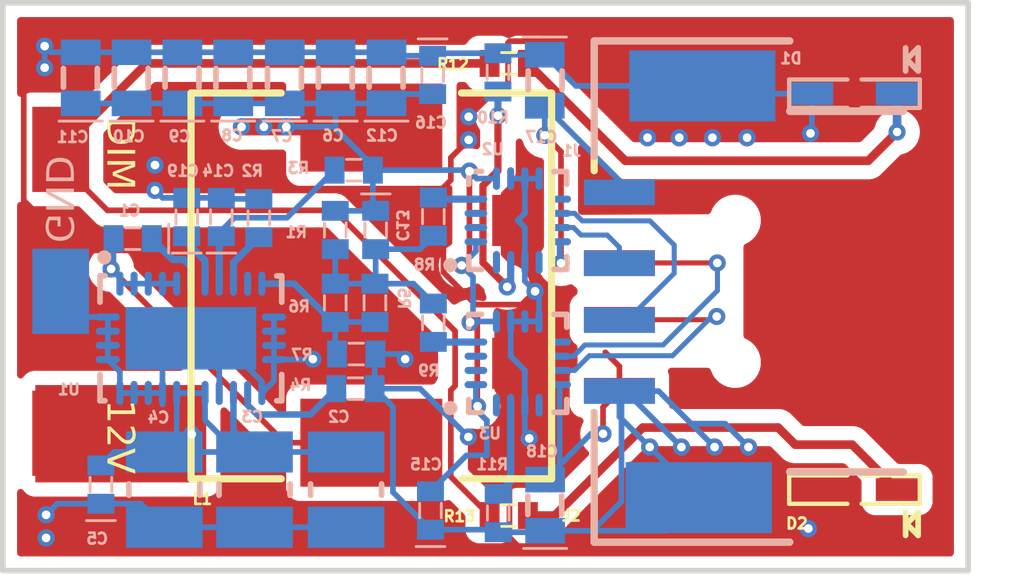
<source format=kicad_pcb>
(kicad_pcb (version 20240108) (generator "pcbnew") (generator_version "8.0")
  (layers (0 "F.Cu" signal "Component Side") (31 "B.Cu" signal "Bottom Layer") (34 "B.Paste" user "Bottom Paste") (35 "F.Paste" user "Top Paste") (36 "B.SilkS" user "Bottom Overlay") (37 "F.SilkS" user "Top Overlay") (38 "B.Mask" user "Solder Side") (39 "F.Mask" user "Top Solder") (44 "Edge.Cuts" user))
  (net 0 "")
  (net 1 "NetDIM_1")
  (net 2 "NetD2_2")
  (net 3 "NetD1_2")
  (net 4 "NetC14_1")
  (net 5 "B_D1-")
  (net 6 "B_D1+")
  (net 7 "VOUT")
  (net 8 "VIN")
  (net 9 "SW")
  (net 10 "NetR11_2")
  (net 11 "NetR10_2")
  (net 12 "NetR9_2")
  (net 13 "NetR8_2")
  (net 14 "NetR4_2")
  (net 15 "NetR2_1")
  (net 16 "NetC18_2")
  (net 17 "NetC17_2")
  (net 18 "NetC1_1")
  (net 19 "GND")
  (net 20 "B_D-")
  (net 21 "B_D+")
  (net 22 "FB")
  (net 23 "CS")
  (net 24 "NetC19_1")
  (footprint "USB charger.PcbLib:R0603" (layer "F.Cu") (at 150.1399 96.9758)
    (property "Reference" "R12")
    (property "Value" "Res1" (hide yes))
  )
  (footprint "USB charger.PcbLib:R0603" (layer "F.Cu") (at 150.1399 112.9016)
    (property "Reference" "R13")
    (property "Value" "Res1" (hide yes))
  )
  (footprint "USB charger.PcbLib:UJ2-AH-SMT" (layer "F.Cu") (at 153.3511 108.5036 90)
    (property "Reference" "J2")
    (property "Value" "USB CONN" (hide yes))
  )
  (footprint "USB charger.PcbLib:PAD" (layer "F.Cu") (at 133.6711 110.0036)
    (property "Reference" "12V")
    (property "Value" "Socket" (hide yes))
  )
  (footprint "USB charger.PcbLib:PAD" (layer "F.Cu") (at 133.6711 100.0036)
    (property "Reference" "DIM")
    (property "Value" "Socket" (hide yes))
  )
  (footprint "USB charger.PcbLib:LED_APDA3020VBC/D" (layer "F.Cu") (at 161.6315 111.9872 180)
    (property "Reference" "D2")
    (property "Value" "LED" (hide yes))
  )
  (footprint "USB charger.PcbLib:SRP1265A-6R8M" (layer "F.Cu") (at 144.6135 110.3364 90)
    (property "Reference" "L1")
    (property "Value" "Inductor Iron" (hide yes))
  )
  (footprint "USB charger.PcbLib:C0603" (layer "B.Cu") (at 146.6963 112.7492 90)
    (property "Reference" "C15")
    (property "Value" "Cap" (hide yes))
  )
  (footprint "USB charger.PcbLib:C0805" (layer "B.Cu") (at 141.5655 96.5694 90)
    (property "Reference" "C7")
    (property "Value" "Cap" (hide yes))
  )
  (footprint "USB charger.PcbLib:QFN50P300X300X80_HS-17N" (layer "B.Cu") (at 149.7715 102.5068)
    (property "Reference" "U2")
    (property "Value" "TPS2549" (hide yes))
  )
  (footprint "USB charger.PcbLib:PAD" (layer "B.Cu") (at 133.6711 105.0036 180)
    (property "Reference" "GND")
    (property "Value" "Socket" (hide yes))
  )
  (footprint "USB charger.PcbLib:C0805" (layer "B.Cu") (at 150.7349 111.6206 90)
    (property "Reference" "C18")
    (property "Value" "Cap" (hide yes))
  )
  (footprint "USB charger.PcbLib:C0603" (layer "B.Cu") (at 136.2315 103.148 180)
    (property "Reference" "C1")
    (property "Value" "Cap" (hide yes))
  )
  (footprint "USB charger.PcbLib:QFN50P400X600X80_HS-31N" (layer "B.Cu") (at 138.2569 106.6586 -90)
    (property "Reference" "U1")
    (property "Value" "LM73606" (hide yes))
  )
  (footprint "USB charger.PcbLib:R0603" (layer "B.Cu") (at 144.7659 107.212)
    (property "Reference" "R7")
    (property "Value" "Res1" (hide yes))
  )
  (footprint "USB charger.PcbLib:R0603" (layer "B.Cu") (at 140.6511 101.7364 90)
    (property "Reference" "R2")
    (property "Value" "Res1" (hide yes))
  )
  (footprint "USB charger.PcbLib:R0603" (layer "B.Cu") (at 149.0839 112.1288 90)
    (property "Reference" "R11")
    (property "Value" "Res1" (hide yes))
  )
  (footprint "USB charger.PcbLib:C1210" (layer "B.Cu") (at 143.7245 111.9872 90)
    (property "Reference" "C2")
    (property "Value" "Cap" (hide yes))
  )
  (footprint "USB charger.PcbLib:C0805" (layer "B.Cu") (at 143.3562 96.5694 90)
    (property "Reference" "C6")
    (property "Value" "Cap" (hide yes))
  )
  (footprint "USB charger.PcbLib:R0603" (layer "B.Cu") (at 146.7979 101.6856 90)
    (property "Reference" "R8")
    (property "Value" "Res1" (hide yes))
  )
  (footprint "USB charger.PcbLib:C1210" (layer "B.Cu") (at 140.4987 111.9872 90)
    (property "Reference" "C3")
    (property "Value" "Cap" (hide yes))
  )
  (footprint "USB charger.PcbLib:C0805" (layer "B.Cu") (at 145.1469 96.5694 90)
    (property "Reference" "C12")
    (property "Value" "Cap" (hide yes))
  )
  (footprint "USB charger.PcbLib:C0805" (layer "B.Cu") (at 139.7494 96.5694 90)
    (property "Reference" "C8")
    (property "Value" "Cap" (hide yes))
  )
  (footprint "USB charger.PcbLib:C0603" (layer "B.Cu") (at 138.1111 102.4114 90)
    (property "Reference" "C19")
    (property "Value" "Cap" (hide yes))
  )
  (footprint "USB charger.PcbLib:C0603" (layer "B.Cu") (at 135.0885 111.8348 90)
    (property "Reference" "C5")
    (property "Value" "Cap" (hide yes))
  )
  (footprint "USB charger.PcbLib:C0603" (layer "B.Cu") (at 146.7725 97.3568 -90)
    (property "Reference" "C16")
    (property "Value" "Cap" (hide yes))
  )
  (footprint "USB charger.PcbLib:R0603" (layer "B.Cu") (at 143.3689 108.4312 180)
    (property "Reference" "R4")
    (property "Value" "Res1" (hide yes))
  )
  (footprint "USB charger.PcbLib:UJ2-AH-SMT" (layer "B.Cu") (at 153.3511 101.5186 -90)
    (property "Reference" "J1")
    (property "Value" "USB CONN" (hide yes))
  )
  (footprint "USB charger.PcbLib:QFN50P300X300X80_HS-17N" (layer "B.Cu") (at 149.7711 107.5404)
    (property "Reference" "U3")
    (property "Value" "TPS2549" (hide yes))
  )
  (footprint "USB charger.PcbLib:C0603" (layer "B.Cu") (at 144.7659 102.8178 -90)
    (property "Reference" "C13")
    (property "Value" "Cap" (hide yes))
  )
  (footprint "USB charger.PcbLib:C0603" (layer "B.Cu") (at 139.3303 102.4114 90)
    (property "Reference" "C14")
    (property "Value" "Cap" (hide yes))
  )
  (footprint "USB charger.PcbLib:LED_APDA3020VBC/D" (layer "B.Cu") (at 161.6315 98.0426 180)
    (property "Reference" "D1")
    (property "Value" "LED" (hide yes))
  )
  (footprint "USB charger.PcbLib:R0603" (layer "B.Cu") (at 143.3435 106.0944 -90)
    (property "Reference" "R6")
    (property "Value" "Res1" (hide yes))
  )
  (footprint "USB charger.PcbLib:C0805" (layer "B.Cu") (at 137.9587 96.5694 90)
    (property "Reference" "C9")
    (property "Value" "Cap" (hide yes))
  )
  (footprint "USB charger.PcbLib:R0603" (layer "B.Cu") (at 144.7405 106.0944 -90)
    (property "Reference" "R5")
    (property "Value" "Res1" (hide yes))
  )
  (footprint "USB charger.PcbLib:C0805" (layer "B.Cu") (at 150.7225 98.4854 -90)
    (property "Reference" "C17")
    (property "Value" "Cap" (hide yes))
  )
  (footprint "USB charger.PcbLib:C1210" (layer "B.Cu") (at 137.3237 111.9872 90)
    (property "Reference" "C4")
    (property "Value" "Cap" (hide yes))
  )
  (footprint "USB charger.PcbLib:C0805" (layer "B.Cu") (at 136.168 96.5694 90)
    (property "Reference" "C10")
    (property "Value" "Cap" (hide yes))
  )
  (footprint "USB charger.PcbLib:R0603" (layer "B.Cu") (at 143.3073 100.735 180)
    (property "Reference" "R3")
    (property "Value" "Res1" (hide yes))
  )
  (footprint "USB charger.PcbLib:R0603" (layer "B.Cu") (at 149.0733 97.9772 -90)
    (property "Reference" "R10")
    (property "Value" "Res1" (hide yes))
  )
  (footprint "USB charger.PcbLib:C0805" (layer "B.Cu") (at 134.3773 96.5694 90)
    (property "Reference" "C11")
    (property "Value" "Cap" (hide yes))
  )
  (footprint "USB charger.PcbLib:R0603" (layer "B.Cu") (at 146.7979 106.7948 -90)
    (property "Reference" "R9")
    (property "Value" "Res1" (hide yes))
  )
  (footprint "USB charger.PcbLib:R0603" (layer "B.Cu") (at 143.3435 103.529 -90)
    (property "Reference" "R1")
    (property "Value" "Res1" (hide yes))
  )
  (gr_rect (start 132.7771 111.7332) (end 138.7969 108.3042) (fill solid) (layer "F.Cu") (net 8))
  (gr_rect (start 131.6341 94.8422) (end 165.6341 114.8422) (stroke (width 0.2)) (fill none) (layer "Edge.Cuts"))
  (segment (start 147.565 106.40416) (end 147.565 108.3349) (width 0.2) (layer "F.Cu") (net 1))
  (segment (start 147.4135 108.4864) (end 147.4135 111.536) (width 0.2) (layer "F.Cu") (net 1))
  (segment (start 133.6711 100.0036) (end 136.6989 96.9758) (width 0.3048) (layer "F.Cu") (net 1))
  (segment (start 147.4135 111.536) (end 148.7791 112.9016) (width 0.2) (layer "F.Cu") (net 1))
  (segment (start 133.6711 100.0036) (end 133.6711 100.5036) (width 0.2) (layer "F.Cu") (net 1))
  (segment (start 147.565 108.3349) (end 147.4135 108.4864) (width 0.2) (layer "F.Cu") (net 1))
  (segment (start 133.6711 100.5036) (end 135.319 102.1515) (width 0.2) (layer "F.Cu") (net 1))
  (segment (start 143.31234 102.1515) (end 147.565 106.40416) (width 0.2) (layer "F.Cu") (net 1))
  (segment (start 135.319 102.1515) (end 143.31234 102.1515) (width 0.2) (layer "F.Cu") (net 1))
  (segment (start 136.6989 96.9758) (end 148.7791 96.9758) (width 0.3048) (layer "F.Cu") (net 1))
  (segment (start 154.173832 109.8028) (end 158.942956 109.8028) (width 0.3048) (layer "F.Cu") (net 2))
  (segment (start 159.544056 110.4039) (end 161.5482 110.4039) (width 0.3048) (layer "F.Cu") (net 2))
  (segment (start 158.942956 109.8028) (end 159.544056 110.4039) (width 0.3048) (layer "F.Cu") (net 2))
  (segment (start 151.075032 112.9016) (end 154.173832 109.8028) (width 0.3048) (layer "F.Cu") (net 2))
  (segment (start 161.5482 110.4039) (end 163.1315 111.9872) (width 0.3048) (layer "F.Cu") (net 2))
  (segment (start 150.1291 112.9016) (end 151.075032 112.9016) (width 0.3048) (layer "F.Cu") (net 2))
  (segment (start 162.1169 100.4048) (end 163.1315 99.3902) (width 0.3048) (layer "F.Cu") (net 3))
  (segment (start 153.5581 100.4048) (end 162.1169 100.4048) (width 0.3048) (layer "F.Cu") (net 3))
  (segment (start 150.1291 96.9758) (end 153.5581 100.4048) (width 0.3048) (layer "F.Cu") (net 3))
  (via (at 163.1315 99.3902) (size 0.6) (drill 0.3) (layers "F.Cu" "B.Cu") (net 3))
  (segment (start 163.1315 99.3902) (end 163.1315 98.0426) (width 0.3048) (layer "B.Cu") (net 3))
  (segment (start 139.2569 102.942) (end 139.7875 102.4114) (width 0.2) (layer "B.Cu") (net 4))
  (segment (start 141.6417 102.4114) (end 143.3181 100.735) (width 0.2) (layer "B.Cu") (net 4))
  (segment (start 139.2569 104.7336) (end 139.2569 102.942) (width 0.254) (layer "B.Cu") (net 4))
  (segment (start 139.7875 102.4114) (end 141.6417 102.4114) (width 0.2) (layer "B.Cu") (net 4))
  (segment (start 151.7354 102.7568) (end 151.9996 103.021) (width 0.1778) (layer "B.Cu") (net 5))
  (segment (start 151.2465 102.7568) (end 151.7354 102.7568) (width 0.1778) (layer "B.Cu") (net 5))
  (segment (start 152.9193 103.021) (end 153.3511 103.4528) (width 0.1778) (layer "B.Cu") (net 5))
  (segment (start 151.9996 103.021) (end 152.9193 103.021) (width 0.1778) (layer "B.Cu") (net 5))
  (segment (start 153.3511 104.0186) (end 153.3511 103.4528) (width 0.1778) (layer "B.Cu") (net 5))
  (segment (start 154.4259 102.521) (end 155.2815 103.3766) (width 0.1778) (layer "B.Cu") (net 6))
  (segment (start 151.2465 102.2568) (end 151.2504 102.2607) (width 0.1778) (layer "B.Cu") (net 6))
  (segment (start 153.3511 106.0186) (end 153.6301 106.0186) (width 0.1778) (layer "B.Cu") (net 6))
  (segment (start 155.2815 104.3672) (end 155.2815 103.3766) (width 0.1778) (layer "B.Cu") (net 6))
  (segment (start 151.2465 102.2568) (end 151.77421 102.2568) (width 0.1778) (layer "B.Cu") (net 6))
  (segment (start 152.03841 102.521) (end 154.4259 102.521) (width 0.1778) (layer "B.Cu") (net 6))
  (segment (start 153.6301 106.0186) (end 155.2815 104.3672) (width 0.1778) (layer "B.Cu") (net 6))
  (segment (start 151.77421 102.2568) (end 152.03841 102.521) (width 0.1778) (layer "B.Cu") (net 6))
  (segment (start 140.0415 99.211) (end 140.8289 99.211) (width 0.6) (layer "F.Cu") (net 7))
  (segment (start 148.068302 100.771502) (end 148.0683 100.7715) (width 0.2) (layer "F.Cu") (net 7))
  (segment (start 148.068302 103.818198) (end 148.068302 100.771502) (width 0.2) (layer "F.Cu") (net 7))
  (segment (start 148.345 105.9373) (end 148.355 105.9273) (width 0.2) (layer "F.Cu") (net 7))
  (segment (start 140.8289 99.211) (end 141.6163 99.211) (width 0.6) (layer "F.Cu") (net 7))
  (segment (start 141.6163 99.211) (end 144.5881 99.211) (width 0.6) (layer "F.Cu") (net 7))
  (segment (start 148.345 109.0415) (end 148.345 105.9373) (width 0.2) (layer "F.Cu") (net 7))
  (segment (start 147.795 104.0915) (end 148.068302 103.818198) (width 0.2) (layer "F.Cu") (net 7))
  (segment (start 148.355 109.0515) (end 148.345 109.0415) (width 0.2) (layer "F.Cu") (net 7))
  (segment (start 144.5881 99.211) (end 144.6135 99.2364) (width 0.6) (layer "F.Cu") (net 7))
  (via (at 140.8289 99.211) (size 0.6096) (drill 0.3048) (layers "F.Cu" "B.Cu") (net 7))
  (via (at 141.6163 99.211) (size 0.6096) (drill 0.3048) (layers "F.Cu" "B.Cu") (net 7))
  (via (at 147.795 104.0915) (size 0.6096) (drill 0.3048) (layers "F.Cu" "B.Cu") (net 7))
  (via (at 148.355 109.0515) (size 0.6) (drill 0.3048) (layers "F.Cu" "B.Cu") (net 7))
  (via (at 148.0683 100.7715) (size 0.6096) (drill 0.3048) (layers "F.Cu" "B.Cu") (net 7))
  (via (at 148.09486 106.097146) (size 0.6096) (drill 0.3048) (layers "F.Cu" "B.Cu") (net 7))
  (via (at 140.0415 99.211) (size 0.6096) (drill 0.3048) (layers "F.Cu" "B.Cu") (net 7))
  (segment (start 148.685 110.7815) (end 148.685 109.555341) (width 0.2) (layer "B.Cu") (net 7))
  (segment (start 148.355 109.225341) (end 148.355 109.0515) (width 0.2) (layer "B.Cu") (net 7))
  (segment (start 144.6681 102.0704) (end 144.7659 102.1682) (width 0.6) (layer "B.Cu") (net 7))
  (segment (start 139.7494 98.3838) (end 137.9587 98.3838) (width 0.2) (layer "B.Cu") (net 7))
  (segment (start 147.9636 110.7815) (end 148.685 110.7815) (width 0.2) (layer "B.Cu") (net 7))
  (segment (start 148.1949 104.4914) (end 147.795 104.0915) (width 0.2) (layer "B.Cu") (net 7))
  (segment (start 144.7659 102.1682) (end 143.3435 102.1682) (width 0.2) (layer "B.Cu") (net 7))
  (segment (start 143.3562 98.3838) (end 141.5655 98.3838) (width 0.2) (layer "B.Cu") (net 7))
  (segment (start 141.6163 99.211) (end 143.29481 99.211) (width 0.2) (layer "B.Cu") (net 7))
  (segment (start 148.2965 103.59) (end 147.795 104.0915) (width 0.2) (layer "B.Cu") (net 7))
  (segment (start 148.2961 108.2904) (end 148.2961 108.9926) (width 0.2) (layer "B.Cu") (net 7))
  (segment (start 148.2961 108.9926) (end 148.355 109.0515) (width 0.2) (layer "B.Cu") (net 7))
  (segment (start 143.29481 99.211) (end 144.6681 100.58429) (width 0.2) (layer "B.Cu") (net 7))
  (segment (start 145.4735 98.0572) (end 145.1469 98.3838) (width 0.2) (layer "B.Cu") (net 7))
  (segment (start 148.685 109.555341) (end 148.355 109.225341) (width 0.2) (layer "B.Cu") (net 7))
  (segment (start 148.3286 101.0318) (end 148.0683 100.7715) (width 0.2) (layer "B.Cu") (net 7))
  (segment (start 143.3562 98.3838) (end 143.3562 99.14961) (width 0.2) (layer "B.Cu") (net 7))
  (segment (start 146.7725 98.0572) (end 145.4735 98.0572) (width 0.2) (layer "B.Cu") (net 7))
  (segment (start 149.0211 106.0654) (end 148.126606 106.0654) (width 0.2) (layer "B.Cu") (net 7))
  (segment (start 149.0215 101.0318) (end 148.3286 101.0318) (width 0.2) (layer "B.Cu") (net 7))
  (segment (start 148.2965 103.2568) (end 148.2965 103.59) (width 0.2) (layer "B.Cu") (net 7))
  (segment (start 137.9587 98.3838) (end 136.168 98.3838) (width 0.2) (layer "B.Cu") (net 7))
  (segment (start 145.1469 98.3838) (end 143.3562 98.3838) (width 0.2) (layer "B.Cu") (net 7))
  (segment (start 148.1949 105.9166) (end 148.1949 104.4914) (width 0.2) (layer "B.Cu") (net 7))
  (segment (start 144.6681 100.735) (end 144.6681 100.58429) (width 0.6) (layer "B.Cu") (net 7))
  (segment (start 141.5655 98.3838) (end 139.7494 98.3838) (width 0.2) (layer "B.Cu") (net 7))
  (segment (start 144.6681 100.735) (end 148.0425 100.735) (width 0.2) (layer "B.Cu") (net 7))
  (segment (start 136.168 98.3838) (end 134.3773 98.3838) (width 0.2) (layer "B.Cu") (net 7))
  (segment (start 146.6963 112.0488) (end 147.9636 110.7815) (width 0.2) (layer "B.Cu") (net 7))
  (segment (start 144.6681 100.735) (end 144.6681 102.0704) (width 0.2) (layer "B.Cu") (net 7))
  (segment (start 143.3562 99.14961) (end 143.29481 99.211) (width 0.2) (layer "B.Cu") (net 7))
  (segment (start 148.126606 106.0654) (end 148.09486 106.097146) (width 0.2) (layer "B.Cu") (net 7))
  (segment (start 133.6711 110.0036) (end 138.2529 110.0036) (width 0.762) (layer "F.Cu") (net 8))
  (segment (start 138.2529 110.0036) (end 138.2889 110.0396) (width 0.762) (layer "F.Cu") (net 8))
  (segment (start 138.268 110.0187) (end 138.2889 110.0396) (width 0.762) (layer "F.Cu") (net 8))
  (segment (start 135.787 110.0187) (end 138.268 110.0187) (width 0.762) (layer "F.Cu") (net 8))
  (via (at 138.2889 110.0396) (size 0.6096) (drill 0.3048) (layers "F.Cu" "B.Cu") (net 8))
  (segment (start 137.3237 110.6622) (end 135.5607 110.6622) (width 0.2) (layer "B.Cu") (net 8))
  (segment (start 140.4987 110.6622) (end 137.3237 110.6622) (width 0.2) (layer "B.Cu") (net 8))
  (segment (start 138.7569 109.5454) (end 139.8737 110.6622) (width 0.2) (layer "B.Cu") (net 8))
  (segment (start 138.2569 108.5836) (end 138.2569 110.0076) (width 0.2) (layer "B.Cu") (net 8))
  (segment (start 138.2569 108.5836) (end 138.7569 108.5836) (width 0.2) (layer "B.Cu") (net 8))
  (segment (start 139.7569 109.9204) (end 140.4987 110.6622) (width 0.23) (layer "B.Cu") (net 8))
  (segment (start 135.5607 110.6622) (end 135.0885 111.1344) (width 0.2) (layer "B.Cu") (net 8))
  (segment (start 139.7569 109.9204) (end 139.7569 108.7614) (width 0.23) (layer "B.Cu") (net 8))
  (segment (start 137.7569 110.229) (end 137.3237 110.6622) (width 0.2) (layer "B.Cu") (net 8))
  (segment (start 138.7569 108.5836) (end 138.7569 109.5454) (width 0.2) (layer "B.Cu") (net 8))
  (segment (start 137.7569 108.5836) (end 138.2569 108.5836) (width 0.2) (layer "B.Cu") (net 8))
  (segment (start 137.7569 108.5836) (end 137.7569 110.229) (width 0.2) (layer "B.Cu") (net 8))
  (segment (start 143.7245 110.6622) (end 140.4987 110.6622) (width 0.2) (layer "B.Cu") (net 8))
  (segment (start 139.8737 110.6622) (end 140.4987 110.6622) (width 0.2) (layer "B.Cu") (net 8))
  (segment (start 138.2569 110.0076) (end 138.2889 110.0396) (width 0.2) (layer "B.Cu") (net 8))
  (segment (start 144.6135 110.3364) (end 141.568872 110.3364) (width 0.2) (layer "F.Cu") (net 9))
  (segment (start 141.568872 110.3364) (end 135.447386 104.214914) (width 0.2) (layer "F.Cu") (net 9))
  (via (at 135.447386 104.214914) (size 0.6096) (drill 0.3048) (layers "F.Cu" "B.Cu") (net 9))
  (segment (start 135.7569 104.7336) (end 135.7569 104.524428) (width 0.2) (layer "B.Cu") (net 9))
  (segment (start 135.5311 104.1312) (end 135.447386 104.214914) (width 0.2) (layer "B.Cu") (net 9))
  (segment (start 136.2569 104.7336) (end 135.7569 104.7336) (width 0.2) (layer "B.Cu") (net 9))
  (segment (start 135.7569 104.524428) (end 135.447386 104.214914) (width 0.2) (layer "B.Cu") (net 9))
  (segment (start 137.7569 104.7336) (end 137.2569 104.7336) (width 0.2) (layer "B.Cu") (net 9))
  (segment (start 135.5311 103.148) (end 135.5311 104.1312) (width 0.2) (layer "B.Cu") (net 9))
  (segment (start 136.7569 104.7336) (end 136.2569 104.7336) (width 0.2) (layer "B.Cu") (net 9))
  (segment (start 137.2569 104.7336) (end 136.7569 104.7336) (width 0.2) (layer "B.Cu") (net 9))
  (segment (start 149.0839 112.1396) (end 149.5211 111.7024) (width 0.254) (layer "B.Cu") (net 10))
  (segment (start 149.5211 111.7024) (end 149.5211 109.0154) (width 0.254) (layer "B.Cu") (net 10))
  (segment (start 148.545 101.2793) (end 148.545 103.992784) (width 0.254) (layer "F.Cu") (net 11))
  (segment (start 148.545 103.992784) (end 149.398645 104.846429) (width 0.254) (layer "F.Cu") (net 11))
  (segment (start 149.0733 100.751) (end 148.545 101.2793) (width 0.254) (layer "F.Cu") (net 11))
  (segment (start 149.0733 98.8152) (end 149.0733 100.751) (width 0.254) (layer "F.Cu") (net 11))
  (segment (start 149.4903 104.754774) (end 149.398645 104.846429) (width 0.254) (layer "F.Cu") (net 11))
  (via (at 149.398645 104.846429) (size 0.6096) (drill 0.3048) (layers "F.Cu" "B.Cu") (net 11))
  (via (at 149.0733 98.8152) (size 0.6) (drill 0.3048) (layers "F.Cu" "B.Cu") (net 11))
  (segment (start 149.5215 104.723574) (end 149.398645 104.846429) (width 0.254) (layer "B.Cu") (net 11))
  (segment (start 149.0733 98.8152) (end 149.0733 97.9664) (width 0.254) (layer "B.Cu") (net 11))
  (segment (start 149.5215 103.9818) (end 149.5215 104.723574) (width 0.254) (layer "B.Cu") (net 11))
  (segment (start 146.7979 106.784) (end 146.8043 106.7904) (width 0.254) (layer "B.Cu") (net 12))
  (segment (start 146.8043 106.7904) (end 148.2961 106.7904) (width 0.254) (layer "B.Cu") (net 12))
  (segment (start 146.7979 101.6964) (end 146.8583 101.7568) (width 0.254) (layer "B.Cu") (net 13))
  (segment (start 146.8583 101.7568) (end 148.2965 101.7568) (width 0.254) (layer "B.Cu") (net 13))
  (segment (start 140.2569 109.005854) (end 140.592546 109.3415) (width 0.23) (layer "B.Cu") (net 14))
  (segment (start 140.2569 108.5836) (end 140.2569 109.005854) (width 0.23) (layer "B.Cu") (net 14))
  (segment (start 142.4694 109.3415) (end 143.3797 108.4312) (width 0.23) (layer "B.Cu") (net 14))
  (segment (start 140.592546 109.3415) (end 142.4694 109.3415) (width 0.23) (layer "B.Cu") (net 14))
  (segment (start 139.7569 104.7336) (end 139.7569 103.9914) (width 0.254) (layer "B.Cu") (net 15))
  (segment (start 139.7569 103.9914) (end 140.6511 103.0972) (width 0.254) (layer "B.Cu") (net 15))
  (segment (start 153.3511 108.5036) (end 153.3511 107.6476) (width 0.2) (layer "F.Cu") (net 16))
  (segment (start 153.3511 107.6476) (end 152.855 107.1515) (width 0.2) (layer "F.Cu") (net 16))
  (segment (start 152.775 110.0215) (end 152.775 109.0797) (width 0.2) (layer "F.Cu") (net 16))
  (segment (start 152.775 109.0797) (end 153.3511 108.5036) (width 0.2) (layer "F.Cu") (net 16))
  (via (at 152.775 110.0215) (size 0.6) (drill 0.3) (layers "F.Cu" "B.Cu") (net 16))
  (segment (start 151.2461 108.2904) (end 151.2461 111.1238) (width 0.2) (layer "B.Cu") (net 16))
  (segment (start 151.2461 111.1238) (end 150.7349 111.635) (width 0.2) (layer "B.Cu") (net 16))
  (segment (start 152.3484 110.0215) (end 152.775 110.0215) (width 0.2) (layer "B.Cu") (net 16))
  (segment (start 150.7349 111.635) (end 152.3484 110.0215) (width 0.2) (layer "B.Cu") (net 16))
  (segment (start 151.2937 104.0116) (end 151.2937 100.0827) (width 0.2) (layer "F.Cu") (net 17))
  (segment (start 151.2937 100.0827) (end 150.7225 99.5115) (width 0.2) (layer "F.Cu") (net 17))
  (via (at 151.2937 104.0116) (size 0.6096) (drill 0.3048) (layers "F.Cu" "B.Cu") (net 17))
  (via (at 150.7225 99.5115) (size 0.6) (drill 0.3048) (layers "F.Cu" "B.Cu") (net 17))
  (segment (start 150.7225 98.471) (end 150.7225 99.5115) (width 0.2) (layer "B.Cu") (net 17))
  (segment (start 153.3511 101.5186) (end 153.3511 101.0996) (width 0.2) (layer "B.Cu") (net 17))
  (segment (start 153.3511 101.0996) (end 150.7225 98.471) (width 0.2) (layer "B.Cu") (net 17))
  (segment (start 151.2465 103.2568) (end 151.2465 103.9644) (width 0.2) (layer "B.Cu") (net 17))
  (segment (start 151.2465 103.9644) (end 151.2937 104.0116) (width 0.2) (layer "B.Cu") (net 17))
  (segment (start 137.6177 103.8846) (end 138.00875 103.8846) (width 0.254) (layer "B.Cu") (net 18))
  (segment (start 138.2569 104.7336) (end 138.2569 104.13275) (width 0.254) (layer "B.Cu") (net 18))
  (segment (start 136.8811 103.148) (end 137.6177 103.8846) (width 0.254) (layer "B.Cu") (net 18))
  (segment (start 138.00875 103.8846) (end 138.2569 104.13275) (width 0.254) (layer "B.Cu") (net 18))
  (segment (start 149.4291 97.7508) (end 149.4291 96.2508) (width 0.2) (layer "F.Cu") (net 19))
  (segment (start 138.683614 103.560114) (end 134.127614 103.560114) (width 0.2) (layer "F.Cu") (net 19))
  (segment (start 149.4791 110.8808) (end 149.4791 113.6766) (width 0.2) (layer "F.Cu") (net 19))
  (segment (start 156.1451 97.7536) (end 158.3961 97.7536) (width 0.2) (layer "F.Cu") (net 19))
  (segment (start 147.4135 100.2972) (end 147.4135 101.0864) (width 0.2) (layer "F.Cu") (net 19))
  (segment (start 149.904 114.1015) (end 150.805 114.1015) (width 0.2) (layer "F.Cu") (net 19))
  (segment (start 150.1761 110.1838) (end 149.4791 110.8808) (width 0.2) (layer "F.Cu") (net 19))
  (segment (start 154.583 96.1915) (end 156.1451 97.7536) (width 0.2) (layer "F.Cu") (net 19))
  (segment (start 158.3961 97.7536) (end 160.0821 99.4396) (width 0.2) (layer "F.Cu") (net 19))
  (segment (start 149.4291 96.2508) (end 149.4884 96.1915) (width 0.2) (layer "F.Cu") (net 19))
  (segment (start 150.805 114.1015) (end 154.4179 110.4886) (width 0.2) (layer "F.Cu") (net 19))
  (segment (start 134.127614 103.560114) (end 132.3711 101.8036) (width 0.2) (layer "F.Cu") (net 19))
  (segment (start 147.1502 104.333628) (end 148.288072 105.4715) (width 0.2) (layer "F.Cu") (net 19))
  (segment (start 142.515 107.3915) (end 138.683614 103.560114) (width 0.2) (layer "F.Cu") (net 19))
  (segment (start 132.3711 97.8644) (end 133.1073 97.1282) (width 0.2) (layer "F.Cu") (net 19))
  (segment (start 149.4884 96.1915) (end 154.583 96.1915) (width 0.2) (layer "F.Cu") (net 19))
  (segment (start 160.1315 113.2332) (end 160.0059 113.3588) (width 0.2) (layer "F.Cu") (net 19))
  (segment (start 160.1315 111.9872) (end 160.1315 113.2332) (width 0.2) (layer "F.Cu") (net 19))
  (segment (start 132.3711 101.8036) (end 132.3711 97.8644) (width 0.2) (layer "F.Cu") (net 19))
  (segment (start 147.4135 101.0864) (end 147.1502 101.3497) (width 0.2) (layer "F.Cu") (net 19))
  (segment (start 148.288072 105.4715) (end 149.91 105.4715) (width 0.2) (layer "F.Cu") (net 19))
  (segment (start 148.083111 110.1838) (end 148.030811 110.1315) (width 0.2) (layer "F.Cu") (net 19))
  (segment (start 150.1761 110.1838) (end 148.083111 110.1838) (width 0.2) (layer "F.Cu") (net 19))
  (segment (start 148.0425 99.6682) (end 147.4135 100.2972) (width 0.2) (layer "F.Cu") (net 19))
  (segment (start 148.0425 98.8554) (end 149.1471 97.7508) (width 0.2) (layer "F.Cu") (net 19))
  (segment (start 147.1502 101.3497) (end 147.1502 104.333628) (width 0.2) (layer "F.Cu") (net 19))
  (segment (start 142.555098 107.3915) (end 142.515 107.3915) (width 0.2) (layer "F.Cu") (net 19))
  (segment (start 149.91 105.4715) (end 150.3793 105.0022) (width 0.2) (layer "F.Cu") (net 19))
  (segment (start 149.1471 97.7508) (end 149.4291 97.7508) (width 0.2) (layer "F.Cu") (net 19))
  (segment (start 136.9935 100.5572) (end 136.9935 101.4462) (width 0.2) (layer "F.Cu") (net 19))
  (segment (start 142.555098 107.3915) (end 145.805 107.3915) (width 0.2) (layer "F.Cu") (net 19))
  (segment (start 149.4791 113.6766) (end 149.904 114.1015) (width 0.2) (layer "F.Cu") (net 19))
  (via (at 154.3417 99.592) (size 0.6096) (drill 0.3048) (layers "F.Cu" "B.Cu") (net 19))
  (via (at 156.7039 110.4886) (size 0.6096) (drill 0.3048) (layers "F.Cu" "B.Cu") (net 19))
  (via (at 148.0425 98.8554) (size 0.6096) (drill 0.3048) (layers "F.Cu" "B.Cu") (net 19))
  (via (at 157.8469 99.592) (size 0.6096) (drill 0.3048) (layers "F.Cu" "B.Cu") (net 19))
  (via (at 145.805 107.3915) (size 0.6) (drill 0.3) (layers "F.Cu" "B.Cu") (net 19))
  (via (at 156.6277 99.592) (size 0.6096) (drill 0.3048) (layers "F.Cu" "B.Cu") (net 19))
  (via (at 136.9935 100.5572) (size 0.6096) (drill 0.3048) (layers "F.Cu" "B.Cu") (net 19))
  (via (at 155.4593 99.592) (size 0.6096) (drill 0.3048) (layers "F.Cu" "B.Cu") (net 19))
  (via (at 142.555098 107.3915) (size 0.6) (drill 0.3) (layers "F.Cu" "B.Cu") (net 19))
  (via (at 160.0059 113.3588) (size 0.6096) (drill 0.3048) (layers "F.Cu" "B.Cu") (net 19))
  (via (at 150.1761 110.1838) (size 0.6096) (drill 0.3048) (layers "F.Cu" "B.Cu") (net 19))
  (via (at 133.1073 97.1282) (size 0.6096) (drill 0.3048) (layers "F.Cu" "B.Cu") (net 19))
  (via (at 155.5355 110.4886) (size 0.6096) (drill 0.3048) (layers "F.Cu" "B.Cu") (net 19))
  (via (at 157.8977 110.4886) (size 0.6096) (drill 0.3048) (layers "F.Cu" "B.Cu") (net 19))
  (via (at 133.1073 96.3662) (size 0.6096) (drill 0.3048) (layers "F.Cu" "B.Cu") (net 19))
  (via (at 160.0821 99.4396) (size 0.6096) (drill 0.3048) (layers "F.Cu" "B.Cu") (net 19))
  (via (at 148.030811 110.1315) (size 0.6) (drill 0.3) (layers "F.Cu" "B.Cu") (net 19))
  (via (at 148.0425 99.6682) (size 0.6096) (drill 0.3048) (layers "F.Cu" "B.Cu") (net 19))
  (via (at 154.4179 110.4886) (size 0.6096) (drill 0.3048) (layers "F.Cu" "B.Cu") (net 19))
  (via (at 133.1581 113.689) (size 0.6096) (drill 0.3048) (layers "F.Cu" "B.Cu") (net 19))
  (via (at 150.3793 105.0022) (size 0.6096) (drill 0.3048) (layers "F.Cu" "B.Cu") (net 19))
  (via (at 133.1581 112.8762) (size 0.6096) (drill 0.3048) (layers "F.Cu" "B.Cu") (net 19))
  (via (at 136.9935 101.4462) (size 0.6096) (drill 0.3048) (layers "F.Cu" "B.Cu") (net 19))
  (segment (start 153.3511 108.5186) (end 153.3511 109.4218) (width 0.2) (layer "B.Cu") (net 19))
  (segment (start 142.555098 107.3915) (end 142.537998 107.4086) (width 0.2) (layer "B.Cu") (net 19))
  (segment (start 149.1279 96.671) (end 149.0733 96.6164) (width 0.2) (layer "B.Cu") (net 19))
  (segment (start 150.6803 113.4896) (end 150.7349 113.435) (width 0.2) (layer "B.Cu") (net 19))
  (segment (start 154.9787 113.435) (end 156.1451 112.2686) (width 0.2) (layer "B.Cu") (net 19))
  (segment (start 135.7569 107.8336) (end 135.3319 107.4086) (width 0.2) (layer "B.Cu") (net 19))
  (segment (start 150.5215 101.0318) (end 150.0215 101.0318) (width 0.2) (layer "B.Cu") (net 19))
  (segment (start 160.1315 98.0426) (end 156.5461 98.0426) (width 0.2) (layer "B.Cu") (net 19))
  (segment (start 135.0885 112.4844) (end 133.5499 112.4844) (width 0.2) (layer "B.Cu") (net 19))
  (segment (start 133.1073 96.3662) (end 133.1073 97.1282) (width 0.2) (layer "B.Cu") (net 19))
  (segment (start 141.1819 107.4086) (end 141.1819 106.9086) (width 0.2) (layer "B.Cu") (net 19))
  (segment (start 150.0215 104.6444) (end 150.3793 105.0022) (width 0.2) (layer "B.Cu") (net 19))
  (segment (start 156.1451 112.2686) (end 156.1451 112.2158) (width 0.2) (layer "B.Cu") (net 19))
  (segment (start 144.7297 108.4312) (end 146.330511 108.4312) (width 0.2) (layer "B.Cu") (net 19))
  (segment (start 149.0733 96.6164) (end 146.8633 96.6164) (width 0.2) (layer "B.Cu") (net 19))
  (segment (start 150.5211 106.0654) (end 150.0211 106.0654) (width 0.2) (layer "B.Cu") (net 19))
  (segment (start 145.2703 96.7072) (end 145.1469 96.5838) (width 0.2) (layer "B.Cu") (net 19))
  (segment (start 150.0215 101.0318) (end 150.0215 102.2568) (width 0.2) (layer "B.Cu") (net 19))
  (segment (start 136.4959 112.4844) (end 135.0885 112.4844) (width 0.2) (layer "B.Cu") (net 19))
  (segment (start 135.3319 105.9086) (end 134.5761 105.9086) (width 0.2) (layer "B.Cu") (net 19))
  (segment (start 140.4987 113.3122) (end 137.3237 113.3122) (width 0.2) (layer "B.Cu") (net 19))
  (segment (start 139.7494 96.5838) (end 137.9587 96.5838) (width 0.2) (layer "B.Cu") (net 19))
  (segment (start 150.5211 106.0654) (end 150.5211 105.144) (width 0.2) (layer "B.Cu") (net 19))
  (segment (start 150.0215 102.2568) (end 149.7715 102.5068) (width 0.2) (layer "B.Cu") (net 19))
  (segment (start 155.8809 109.6656) (end 156.7039 110.4886) (width 0.2) (layer "B.Cu") (net 19))
  (segment (start 149.0839 113.4896) (end 150.6803 113.4896) (width 0.2) (layer "B.Cu") (net 19))
  (segment (start 150.0211 106.0654) (end 149.5211 106.0654) (width 0.2) (layer "B.Cu") (net 19))
  (segment (start 149.5211 106.0654) (end 149.5211 107.2904) (width 0.2) (layer "B.Cu") (net 19))
  (segment (start 139.2569 107.6586) (end 138.2569 106.6586) (width 0.2) (layer "B.Cu") (net 19))
  (segment (start 134.5761 105.9086) (end 133.6711 105.0036) (width 0.2) (layer "B.Cu") (net 19))
  (segment (start 150.0211 107.7904) (end 149.7711 107.5404) (width 0.2) (layer "B.Cu") (net 19))
  (segment (start 140.6511 101.7472) (end 139.3665 101.7472) (width 0.2) (layer "B.Cu") (net 19))
  (segment (start 153.425 112.405) (end 152.395 113.435) (width 0.2) (layer "B.Cu") (net 19))
  (segment (start 136.168 96.5838) (end 134.3773 96.5838) (width 0.2) (layer "B.Cu") (net 19))
  (segment (start 143.3562 96.5838) (end 141.5655 96.5838) (width 0.2) (layer "B.Cu") (net 19))
  (segment (start 160.1315 99.3902) (end 160.0821 99.4396) (width 0.2) (layer "B.Cu") (net 19))
  (segment (start 139.2569 108.5836) (end 139.2569 107.6586) (width 0.2) (layer "B.Cu") (net 19))
  (segment (start 146.330511 108.4312) (end 148.030811 110.1315) (width 0.2) (layer "B.Cu") (net 19))
  (segment (start 150.5211 105.144) (end 150.3793 105.0022) (width 0.2) (layer "B.Cu") (net 19))
  (segment (start 141.1819 107.4086) (end 141.1819 108.1586) (width 0.2) (layer "B.Cu") (net 19))
  (segment (start 142.537998 107.4086) (end 141.1819 107.4086) (width 0.2) (layer "B.Cu") (net 19))
  (segment (start 144.7551 107.212) (end 145.6255 107.212) (width 0.2) (layer "B.Cu") (net 19))
  (segment (start 150.0215 103.9818) (end 150.0215 104.6444) (width 0.2) (layer "B.Cu") (net 19))
  (segment (start 150.0211 109.0154) (end 150.0211 107.7904) (width 0.2) (layer "B.Cu") (net 19))
  (segment (start 150.7225 96.671) (end 149.1279 96.671) (width 0.2) (layer "B.Cu") (net 19))
  (segment (start 136.2569 108.5836) (end 135.7569 108.5836) (width 0.2) (layer "B.Cu") (net 19))
  (segment (start 133.5499 112.4844) (end 133.1581 112.8762) (width 0.2) (layer "B.Cu") (net 19))
  (segment (start 144.7297 108.4312) (end 145.3745 109.076) (width 0.2) (layer "B.Cu") (net 19))
  (segment (start 146.6963 113.3988) (end 148.9931 113.3988) (width 0.2) (layer "B.Cu") (net 19))
  (segment (start 137.2569 108.5836) (end 136.7569 108.5836) (width 0.2) (layer "B.Cu") (net 19))
  (segment (start 145.3745 112.077) (end 146.6963 113.3988) (width 0.2) (layer "B.Cu") (net 19))
  (segment (start 156.1451 112.2158) (end 154.4179 110.4886) (width 0.2) (layer "B.Cu") (net 19))
  (segment (start 156.2721 97.7686) (end 151.8201 97.7686) (width 0.2) (layer "B.Cu") (net 19))
  (segment (start 151.8201 97.7686) (end 150.7225 96.671) (width 0.2) (layer "B.Cu") (net 19))
  (segment (start 135.3319 106.9086) (end 135.3319 106.4086) (width 0.2) (layer "B.Cu") (net 19))
  (segment (start 149.5211 107.2904) (end 149.7711 107.5404) (width 0.2) (layer "B.Cu") (net 19))
  (segment (start 146.8633 96.6164) (end 146.7725 96.7072) (width 0.2) (layer "B.Cu") (net 19))
  (segment (start 144.7297 107.2374) (end 144.7551 107.212) (width 0.2) (layer "B.Cu") (net 19))
  (segment (start 137.2583 101.711) (end 136.9935 101.4462) (width 0.2) (layer "B.Cu") (net 19))
  (segment (start 150.0211 110.0288) (end 150.1761 110.1838) (width 0.2) (layer "B.Cu") (net 19))
  (segment (start 149.5215 101.0318) (end 150.0215 101.0318) (width 0.2) (layer "B.Cu") (net 19))
  (segment (start 144.7297 108.4312) (end 144.7297 107.2374) (width 0.2) (layer "B.Cu") (net 19))
  (segment (start 140.7569 108.5836) (end 140.7569 108.182559) (width 0.2) (layer "B.Cu") (net 19))
  (segment (start 150.0215 102.7568) (end 149.7715 102.5068) (width 0.2) (layer "B.Cu") (net 19))
  (segment (start 153.3511 108.5186) (end 153.5655 108.5186) (width 0.2) (layer "B.Cu") (net 19))
  (segment (start 139.3665 101.7472) (end 139.3303 101.711) (width 0.2) (layer "B.Cu") (net 19))
  (segment (start 150.0215 103.9818) (end 150.0215 102.7568) (width 0.2) (layer "B.Cu") (net 19))
  (segment (start 157.0747 109.6656) (end 157.8977 110.4886) (width 0.2) (layer "B.Cu") (net 19))
  (segment (start 153.425 108.5925) (end 153.425 112.405) (width 0.2) (layer "B.Cu") (net 19))
  (segment (start 145.1469 96.5838) (end 143.3562 96.5838) (width 0.2) (layer "B.Cu") (net 19))
  (segment (start 150.7349 113.435) (end 152.395 113.435) (width 0.2) (layer "B.Cu") (net 19))
  (segment (start 145.3745 109.076) (end 145.3745 112.077) (width 0.2) (layer "B.Cu") (net 19))
  (segment (start 150.0211 109.0154) (end 150.0211 110.0288) (width 0.2) (layer "B.Cu") (net 19))
  (segment (start 145.6255 107.212) (end 145.805 107.3915) (width 0.2) (layer "B.Cu") (net 19))
  (segment (start 140.7569 108.182559) (end 139.232941 106.6586) (width 0.2) (layer "B.Cu") (net 19))
  (segment (start 141.1819 108.1586) (end 140.7569 108.5836) (width 0.2) (layer "B.Cu") (net 19))
  (segment (start 137.3237 113.3122) (end 136.4959 112.4844) (width 0.2) (layer "B.Cu") (net 19))
  (segment (start 135.7569 108.5836) (end 135.7569 107.8336) (width 0.2) (layer "B.Cu") (net 19))
  (segment (start 138.1111 101.711) (end 137.2583 101.711) (width 0.2) (layer "B.Cu") (net 19))
  (segment (start 153.3511 108.5186) (end 154.7339 108.5186) (width 0.2) (layer "B.Cu") (net 19))
  (segment (start 137.2569 108.5836) (end 137.2569 107.6586) (width 0.2) (layer "B.Cu") (net 19))
  (segment (start 133.3249 96.5838) (end 133.1073 96.3662) (width 0.2) (layer "B.Cu") (net 19))
  (segment (start 135.3319 107.4086) (end 135.3319 106.9086) (width 0.2) (layer "B.Cu") (net 19))
  (segment (start 141.1819 106.4086) (end 141.1819 106.9086) (width 0.2) (layer "B.Cu") (net 19))
  (segment (start 154.7339 108.5186) (end 155.8809 109.6656) (width 0.2) (layer "B.Cu") (net 19))
  (segment (start 156.5461 98.0426) (end 156.2721 97.7686) (width 0.2) (layer "B.Cu") (net 19))
  (segment (start 137.9587 96.5838) (end 136.168 96.5838) (width 0.2) (layer "B.Cu") (net 19))
  (segment (start 155.8809 109.6656) (end 157.0747 109.6656) (width 0.2) (layer "B.Cu") (net 19))
  (segment (start 137.2569 107.6586) (end 138.2569 106.6586) (width 0.2) (layer "B.Cu") (net 19))
  (segment (start 135.3319 106.4086) (end 135.3319 105.9086) (width 0.2) (layer "B.Cu") (net 19))
  (segment (start 143.7245 113.3122) (end 140.4987 113.3122) (width 0.2) (layer "B.Cu") (net 19))
  (segment (start 142.555098 107.3915) (end 142.535098 107.4115) (width 0.2) (layer "B.Cu") (net 19))
  (segment (start 141.1819 105.9086) (end 141.1819 106.4086) (width 0.2) (layer "B.Cu") (net 19))
  (segment (start 148.9931 113.3988) (end 149.0839 113.4896) (width 0.2) (layer "B.Cu") (net 19))
  (segment (start 142.535098 107.4115) (end 142.315 107.4115) (width 0.2) (layer "B.Cu") (net 19))
  (segment (start 137.2569 108.984641) (end 137.2569 108.5836) (width 0.2) (layer "B.Cu") (net 19))
  (segment (start 160.1315 98.0426) (end 160.1315 99.3902) (width 0.2) (layer "B.Cu") (net 19))
  (segment (start 153.3511 109.4218) (end 154.4179 110.4886) (width 0.2) (layer "B.Cu") (net 19))
  (segment (start 153.3511 108.5186) (end 153.425 108.5925) (width 0.2) (layer "B.Cu") (net 19))
  (segment (start 134.3773 96.5838) (end 133.3249 96.5838) (width 0.2) (layer "B.Cu") (net 19))
  (segment (start 152.395 113.435) (end 154.9787 113.435) (width 0.2) (layer "B.Cu") (net 19))
  (segment (start 136.7569 108.5836) (end 136.2569 108.5836) (width 0.2) (layer "B.Cu") (net 19))
  (segment (start 153.5655 108.5186) (end 155.5355 110.4886) (width 0.2) (layer "B.Cu") (net 19))
  (segment (start 141.5655 96.5838) (end 139.7494 96.5838) (width 0.2) (layer "B.Cu") (net 19))
  (segment (start 146.7725 96.7072) (end 145.2703 96.7072) (width 0.2) (layer "B.Cu") (net 19))
  (segment (start 139.3303 101.711) (end 138.1111 101.711) (width 0.2) (layer "B.Cu") (net 19))
  (segment (start 139.232941 106.6586) (end 138.2569 106.6586) (width 0.2) (layer "B.Cu") (net 19))
  (segment (start 156.666235 106.0036) (end 156.780582 105.889253) (width 0.1778) (layer "F.Cu") (net 20))
  (segment (start 153.3511 106.0036) (end 156.666235 106.0036) (width 0.1778) (layer "F.Cu") (net 20))
  (via (at 156.780582 105.889253) (size 0.6) (drill 0.3048) (layers "F.Cu" "B.Cu") (net 20))
  (segment (start 151.77381 107.7904) (end 152.29271 107.2715) (width 0.1778) (layer "B.Cu") (net 20))
  (segment (start 156.604247 105.889253) (end 156.780582 105.889253) (width 0.1778) (layer "B.Cu") (net 20))
  (segment (start 155.222 107.2715) (end 156.604247 105.889253) (width 0.1778) (layer "B.Cu") (net 20))
  (segment (start 156.780582 105.942482) (end 156.780582 105.889253) (width 0.1778) (layer "B.Cu") (net 20))
  (segment (start 151.2461 107.7904) (end 151.77381 107.7904) (width 0.1778) (layer "B.Cu") (net 20))
  (segment (start 152.29271 107.2715) (end 155.222 107.2715) (width 0.1778) (layer "B.Cu") (net 20))
  (segment (start 156.8309 105.9928) (end 156.780582 105.942482) (width 0.1778) (layer "B.Cu") (net 20))
  (segment (start 153.3511 104.0036) (end 156.7975 104.0036) (width 0.1778) (layer "F.Cu") (net 21))
  (via (at 156.7975 104.0036) (size 0.6) (drill 0.3048) (layers "F.Cu" "B.Cu") (net 21))
  (segment (start 154.8886 106.8937) (end 156.8055 104.9768) (width 0.1778) (layer "B.Cu") (net 21))
  (segment (start 152.13622 106.8937) (end 154.8886 106.8937) (width 0.1778) (layer "B.Cu") (net 21))
  (segment (start 156.8055 104.9768) (end 156.8055 104.0116) (width 0.1778) (layer "B.Cu") (net 21))
  (segment (start 151.2461 107.2904) (end 151.73952 107.2904) (width 0.1778) (layer "B.Cu") (net 21))
  (segment (start 156.8055 104.0116) (end 156.7975 104.0036) (width 0.1778) (layer "B.Cu") (net 21))
  (segment (start 151.73952 107.2904) (end 152.13622 106.8937) (width 0.1778) (layer "B.Cu") (net 21))
  (segment (start 143.3435 106.0836) (end 143.3435 107.1504) (width 0.2) (layer "B.Cu") (net 22))
  (segment (start 144.7405 106.0836) (end 143.3435 106.0836) (width 0.2) (layer "B.Cu") (net 22))
  (segment (start 141.89882 104.7336) (end 143.24882 106.0836) (width 0.23) (layer "B.Cu") (net 22))
  (segment (start 143.24882 106.0836) (end 143.3435 106.0836) (width 0.23) (layer "B.Cu") (net 22))
  (segment (start 140.7569 104.7336) (end 141.89882 104.7336) (width 0.23) (layer "B.Cu") (net 22))
  (segment (start 143.3435 107.1504) (end 143.4051 107.212) (width 0.2) (layer "B.Cu") (net 22))
  (segment (start 144.7405 104.7336) (end 143.3435 104.7336) (width 0.2) (layer "B.Cu") (net 23))
  (segment (start 144.7405 104.7336) (end 144.7659 104.7082) (width 0.2) (layer "B.Cu") (net 23))
  (segment (start 143.3435 104.7336) (end 143.3435 103.5182) (width 0.2) (layer "B.Cu") (net 23))
  (segment (start 144.7659 104.7082) (end 144.7659 103.5182) (width 0.2) (layer "B.Cu") (net 23))
  (segment (start 146.0975 104.7336) (end 146.7979 105.434) (width 0.2) (layer "B.Cu") (net 23))
  (segment (start 144.7405 104.7336) (end 146.0975 104.7336) (width 0.2) (layer "B.Cu") (net 23))
  (segment (start 144.7659 103.5182) (end 146.3261 103.5182) (width 0.2) (layer "B.Cu") (net 23))
  (segment (start 146.3261 103.5182) (end 146.7979 103.0464) (width 0.2) (layer "B.Cu") (net 23))
  (segment (start 138.1111 103.2764) (end 138.7569 103.9222) (width 0.254) (layer "B.Cu") (net 24))
  (segment (start 138.7569 104.7336) (end 138.7569 103.9222) (width 0.254) (layer "B.Cu") (net 24))
  (segment (start 138.1111 103.2764) (end 138.1111 103.061) (width 0.254) (layer "B.Cu") (net 24))
  (zone (net 19) (net_name "GND") (layer "F.Cu") (connect_pads yes (clearance 0.5)) (min_thickness 0.25) (fill yes (thermal_gap 0.254) (thermal_bridge_width 0.254))
    (polygon (pts (xy 131.6595 94.8168) (xy 131.6341 94.8422) (xy 131.6341 115.213) (xy 167.5751 115.213) (xy 167.6005 115.2384) (xy 167.6005 94.7914) (xy 167.6259 94.766)))
  )
  (zone (net 0) (net_name "") (layer "F.Cu") (connect_pads (clearance 0)) (min_thickness 0.25)
    (keepout (tracks allowed) (vias allowed) (pads allowed) (copperpour not_allowed) (footprints allowed))
    (fill (thermal_gap 0.5) (thermal_bridge_width 0.5))
    (polygon (pts (xy 151.8779 102.3098) (xy 151.8779 107.6692) (xy 151.9033 107.6946) (xy 157.7199 107.6946) (xy 157.7199 102.4622) (xy 157.5421 102.2844)))
  )
)
</source>
